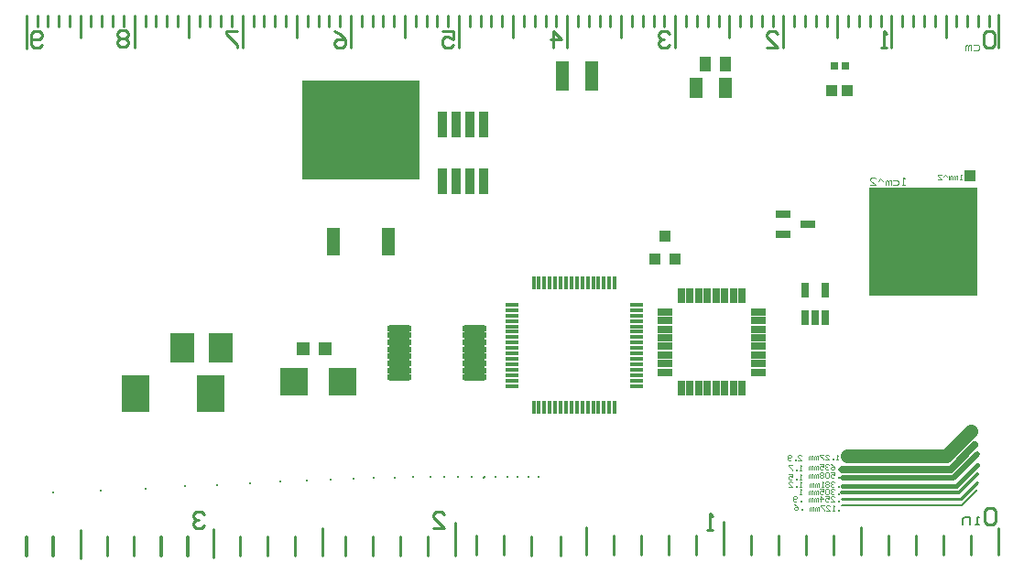
<source format=gbs>
G04 Layer_Color=8150272*
%FSLAX24Y24*%
%MOIN*%
G70*
G01*
G75*
%ADD10C,0.0100*%
%ADD785C,0.0250*%
%ADD786C,0.0200*%
%ADD787C,0.0050*%
%ADD788C,0.0150*%
%ADD789C,0.0500*%
%ADD790C,0.0049*%
%ADD791C,0.0039*%
%ADD793R,0.0394X0.0394*%
%ADD795C,0.0080*%
%ADD798C,0.0120*%
%ADD799C,0.0070*%
%ADD800R,0.3937X0.3937*%
%ADD801R,0.0280X0.0580*%
%ADD802R,0.0533X0.0316*%
%ADD803R,0.0395X0.0434*%
%ADD804R,0.1025X0.1379*%
%ADD805R,0.0986X0.0986*%
%ADD806O,0.0907X0.0257*%
%ADD807R,0.0867X0.1064*%
%ADD808R,0.0493X0.1025*%
%ADD809R,0.4273X0.3584*%
%ADD810R,0.0474X0.0474*%
%ADD811R,0.0513X0.1104*%
%ADD812R,0.0513X0.0749*%
%ADD813R,0.0320X0.0950*%
%ADD814R,0.0167X0.0474*%
%ADD815R,0.0474X0.0167*%
%ADD816R,0.0395X0.0552*%
%ADD817R,0.0395X0.0434*%
%ADD818R,0.0316X0.0277*%
%ADD819R,0.0580X0.0300*%
%ADD820R,0.0300X0.0580*%
D10*
X44484Y12815D02*
Y12815D01*
X44484Y13130D02*
X44484D01*
X43453Y12937D02*
X43508Y12980D01*
X45244Y10846D02*
X45244Y9863D01*
X44917Y29114D02*
Y29508D01*
X44524Y29114D02*
Y29508D01*
X44130Y29114D02*
Y29508D01*
X43736Y29114D02*
Y29508D01*
X43343Y28720D02*
Y29508D01*
X43244Y9863D02*
Y10563D01*
X42949Y29114D02*
Y29508D01*
X42555Y29114D02*
Y29508D01*
X42244Y9863D02*
Y10563D01*
X42161Y29114D02*
Y29508D01*
X41768Y29114D02*
Y29508D01*
X41244Y9863D02*
Y10563D01*
X41374Y28327D02*
Y29508D01*
X40980Y29114D02*
Y29508D01*
X40193Y29114D02*
Y29508D01*
X40587Y29114D02*
Y29508D01*
X39406Y28720D02*
Y29508D01*
X39799Y29114D02*
Y29508D01*
X39244Y9863D02*
Y10563D01*
X38618Y29114D02*
Y29508D01*
X39012Y29114D02*
Y29508D01*
X38244Y9863D02*
Y10563D01*
X37831Y29114D02*
Y29508D01*
X38224Y29114D02*
Y29508D01*
X37244Y9863D02*
Y10563D01*
X37437Y28327D02*
Y29508D01*
X37043Y29114D02*
Y29508D01*
X36256Y29114D02*
Y29508D01*
X36650Y29114D02*
Y29508D01*
X35469Y28720D02*
Y29508D01*
X35862Y29114D02*
Y29508D01*
X35244Y9863D02*
Y11063D01*
X34681Y29114D02*
Y29508D01*
X35075Y29114D02*
Y29508D01*
X34244Y9863D02*
Y10563D01*
X33894Y29114D02*
Y29508D01*
X34287Y29114D02*
Y29508D01*
X33244Y9863D02*
Y10563D01*
X33500Y28327D02*
Y29508D01*
X33106Y29114D02*
Y29508D01*
X32319Y29114D02*
Y29508D01*
X32713Y29114D02*
Y29508D01*
X31532Y28720D02*
Y29508D01*
X31925Y29114D02*
Y29508D01*
X31244Y9863D02*
Y10563D01*
X30744Y29114D02*
Y29508D01*
X31138Y29114D02*
Y29508D01*
X30244Y9863D02*
Y10563D01*
X29957Y29114D02*
Y29508D01*
X30350Y29114D02*
Y29508D01*
X29169Y29114D02*
Y29508D01*
X28382Y29114D02*
Y29508D01*
X27594Y28720D02*
Y29508D01*
X27244Y9863D02*
Y10563D01*
X26807Y29114D02*
Y29508D01*
X26244Y9863D02*
Y10563D01*
X26020Y29114D02*
Y29508D01*
X25232Y29114D02*
Y29508D01*
X24445Y29114D02*
Y29508D01*
X23264Y29114D02*
Y29508D01*
X23657Y28720D02*
Y29508D01*
X22476Y29114D02*
Y29508D01*
X22870Y29114D02*
Y29508D01*
X22083Y29114D02*
Y29508D01*
X21689Y28327D02*
Y29508D01*
X20902Y29114D02*
Y29508D01*
X21295Y29114D02*
Y29508D01*
X20114Y29114D02*
Y29508D01*
X20508Y29114D02*
Y29508D01*
X19327Y29114D02*
Y29508D01*
X19720Y28720D02*
Y29508D01*
X18539Y29114D02*
Y29508D01*
X18933Y29114D02*
Y29508D01*
X18146Y29114D02*
Y29508D01*
X17752Y28327D02*
Y29508D01*
X16965Y29114D02*
Y29508D01*
X17358Y29114D02*
Y29508D01*
X16177Y29114D02*
Y29508D01*
X16571Y29114D02*
Y29508D01*
X15390Y29114D02*
Y29508D01*
X15783Y28720D02*
Y29508D01*
X14602Y29114D02*
Y29508D01*
X14996Y29114D02*
Y29508D01*
X13815Y28327D02*
Y29508D01*
X14209Y29114D02*
Y29508D01*
X13421Y29114D02*
Y29508D01*
X13028Y29114D02*
Y29508D01*
X12634Y29114D02*
Y29508D01*
X12240Y29114D02*
Y29508D01*
X11846Y28720D02*
Y29508D01*
X43894Y11909D02*
X44484Y12500D01*
X44244Y9863D02*
Y10563D01*
X40244Y9863D02*
Y10863D01*
X36244Y9863D02*
Y10563D01*
X32244Y9863D02*
Y10563D01*
X29563Y28327D02*
Y29508D01*
X27988Y29114D02*
Y29508D01*
X28776Y29114D02*
Y29508D01*
X25626Y28327D02*
Y29508D01*
X26413Y29114D02*
Y29508D01*
X27201Y29114D02*
Y29508D01*
X24839Y29114D02*
Y29508D01*
X24051Y29114D02*
Y29508D01*
X39563Y11909D02*
X43894D01*
X10276Y29102D02*
Y29496D01*
X9882Y28315D02*
Y29496D01*
X11063Y29102D02*
Y29496D01*
X10669Y29102D02*
Y29496D01*
X11850Y28709D02*
Y29496D01*
X11457Y29102D02*
Y29496D01*
X45268Y28350D02*
Y29532D01*
X21492Y9843D02*
Y10543D01*
X25492Y9843D02*
Y11043D01*
X22492Y9843D02*
Y10543D01*
X23492Y9843D02*
Y10543D01*
X24492Y9843D02*
Y10543D01*
X20669Y9843D02*
Y10843D01*
X19669Y9843D02*
Y10543D01*
X17669Y9843D02*
Y10543D01*
X18669Y9843D02*
Y10543D01*
X16701Y9771D02*
Y10471D01*
X16697Y9802D02*
Y10802D01*
X14780Y9823D02*
Y10523D01*
X14764Y9823D02*
Y10523D01*
X15748Y9823D02*
Y10523D01*
X15732Y9823D02*
Y10523D01*
X15728Y9823D02*
Y10523D01*
X30244Y9863D02*
Y10863D01*
X28248Y9843D02*
Y10543D01*
X29331Y9843D02*
Y10543D01*
X13776Y9823D02*
Y10523D01*
X13780Y9823D02*
Y10523D01*
X13795Y9823D02*
Y10523D01*
X12811Y9823D02*
Y10523D01*
X12827Y9823D02*
Y10523D01*
X11855Y9783D02*
Y10783D01*
X11859Y9751D02*
Y10451D01*
X9878Y9843D02*
Y10543D01*
X9862Y9843D02*
Y10543D01*
X10846Y9843D02*
Y10543D01*
X10831Y9843D02*
Y10543D01*
X10827Y9843D02*
Y10543D01*
X10449Y28450D02*
X10349Y28350D01*
X10149D01*
X10049Y28450D01*
Y28850D01*
X10149Y28950D01*
X10349D01*
X10449Y28850D01*
Y28750D01*
X10349Y28650D01*
X10049D01*
X41177Y28327D02*
X40977D01*
X41077D01*
Y28927D01*
X41177Y28827D01*
X29066Y28327D02*
Y28927D01*
X29366Y28627D01*
X28966D01*
X25029Y28927D02*
X25429D01*
Y28627D01*
X25229Y28727D01*
X25129D01*
X25029Y28627D01*
Y28427D01*
X25129Y28327D01*
X25329D01*
X25429Y28427D01*
X21092Y28927D02*
X21292Y28827D01*
X21492Y28627D01*
Y28427D01*
X21392Y28327D01*
X21192D01*
X21092Y28427D01*
Y28527D01*
X21192Y28627D01*
X21492D01*
X24699Y10827D02*
X25098D01*
X24699Y11227D01*
Y11327D01*
X24799Y11427D01*
X24998D01*
X25098Y11327D01*
X45114Y28827D02*
X45014Y28927D01*
X44814D01*
X44714Y28827D01*
Y28427D01*
X44814Y28327D01*
X45014D01*
X45114Y28427D01*
Y28827D01*
X33303D02*
X33203Y28927D01*
X33003D01*
X32903Y28827D01*
Y28727D01*
X33003Y28627D01*
X33103D01*
X33003D01*
X32903Y28527D01*
Y28427D01*
X33003Y28327D01*
X33203D01*
X33303Y28427D01*
X17555Y28927D02*
X17155D01*
Y28827D01*
X17555Y28427D01*
Y28327D01*
X45154Y11476D02*
X45054Y11576D01*
X44854D01*
X44754Y11476D01*
Y11076D01*
X44854Y10976D01*
X45054D01*
X45154Y11076D01*
Y11476D01*
X34843Y10764D02*
X34643D01*
X34743D01*
Y11364D01*
X34843Y11264D01*
X36840Y28327D02*
X37240D01*
X36840Y28727D01*
Y28827D01*
X36940Y28927D01*
X37140D01*
X37240Y28827D01*
X13579Y28866D02*
X13479Y28966D01*
X13279D01*
X13179Y28866D01*
Y28766D01*
X13279Y28666D01*
X13179Y28566D01*
Y28466D01*
X13279Y28366D01*
X13479D01*
X13579Y28466D01*
Y28566D01*
X13479Y28666D01*
X13579Y28766D01*
Y28866D01*
X13479Y28666D02*
X13279D01*
X16354Y11341D02*
X16254Y11441D01*
X16054D01*
X15954Y11341D01*
Y11241D01*
X16054Y11141D01*
X16154D01*
X16054D01*
X15954Y11041D01*
Y10941D01*
X16054Y10841D01*
X16254D01*
X16354Y10941D01*
D785*
X39602Y12980D02*
X43508D01*
X44402Y13874D01*
D786*
X39602Y12657D02*
X43618D01*
X44484Y13524D01*
D787*
X39563Y11673D02*
X39563Y11673D01*
X43933D02*
X44484Y12224D01*
X39563Y11673D02*
X43933D01*
D788*
X43736Y12382D02*
X44484Y13130D01*
X39602Y12382D02*
X43736D01*
D789*
X39760Y13480D02*
X43370D01*
X44274Y14384D01*
D790*
X44366Y28445D02*
X44514D01*
X44563Y28396D01*
Y28297D01*
X44514Y28248D01*
X44366D01*
X44268D02*
Y28445D01*
X44219D01*
X44169Y28396D01*
Y28248D01*
Y28396D01*
X44120Y28445D01*
X44071Y28396D01*
Y28248D01*
X41846Y23327D02*
X41755D01*
X41801D01*
Y23602D01*
X41846Y23556D01*
X41433Y23510D02*
X41571D01*
X41617Y23465D01*
Y23373D01*
X41571Y23327D01*
X41433D01*
X41341D02*
Y23510D01*
X41295D01*
X41250Y23465D01*
Y23327D01*
Y23465D01*
X41204Y23510D01*
X41158Y23465D01*
Y23327D01*
X41066Y23465D02*
X40974Y23556D01*
X40882Y23465D01*
X40607Y23327D02*
X40790D01*
X40607Y23510D01*
Y23556D01*
X40653Y23602D01*
X40744D01*
X40790Y23556D01*
D791*
X38110Y11492D02*
Y11525D01*
X38077D01*
Y11492D01*
X38110D01*
X37815Y11689D02*
X37881Y11656D01*
X37946Y11591D01*
Y11525D01*
X37913Y11492D01*
X37848D01*
X37815Y11525D01*
Y11558D01*
X37848Y11591D01*
X37946D01*
X38102Y12071D02*
X38037D01*
X38070D01*
Y12268D01*
X38102Y12235D01*
Y11811D02*
Y11844D01*
X38070D01*
Y11811D01*
X38102D01*
X37938Y11844D02*
X37906Y11811D01*
X37840D01*
X37807Y11844D01*
Y11975D01*
X37840Y12008D01*
X37906D01*
X37938Y11975D01*
Y11942D01*
X37906Y11909D01*
X37807D01*
X39445Y11476D02*
Y11509D01*
X39412D01*
Y11476D01*
X39445D01*
X39281D02*
X39215D01*
X39248D01*
Y11673D01*
X39281Y11640D01*
X38986Y11476D02*
X39117D01*
X38986Y11608D01*
Y11640D01*
X39019Y11673D01*
X39084D01*
X39117Y11640D01*
X38920Y11673D02*
X38789D01*
Y11640D01*
X38920Y11509D01*
Y11476D01*
X38723D02*
Y11608D01*
X38691D01*
X38658Y11575D01*
Y11476D01*
Y11575D01*
X38625Y11608D01*
X38592Y11575D01*
Y11476D01*
X38527D02*
Y11608D01*
X38494D01*
X38461Y11575D01*
Y11476D01*
Y11575D01*
X38428Y11608D01*
X38395Y11575D01*
Y11476D01*
X39445Y12067D02*
Y12100D01*
X39412D01*
Y12067D01*
X39445D01*
X39281Y12231D02*
X39248Y12264D01*
X39183D01*
X39150Y12231D01*
Y12198D01*
X39183Y12165D01*
X39215D01*
X39183D01*
X39150Y12133D01*
Y12100D01*
X39183Y12067D01*
X39248D01*
X39281Y12100D01*
X39084Y12231D02*
X39051Y12264D01*
X38986D01*
X38953Y12231D01*
Y12100D01*
X38986Y12067D01*
X39051D01*
X39084Y12100D01*
Y12231D01*
X38756Y12264D02*
X38887D01*
Y12165D01*
X38822Y12198D01*
X38789D01*
X38756Y12165D01*
Y12100D01*
X38789Y12067D01*
X38855D01*
X38887Y12100D01*
X38691Y12067D02*
Y12198D01*
X38658D01*
X38625Y12165D01*
Y12067D01*
Y12165D01*
X38592Y12198D01*
X38559Y12165D01*
Y12067D01*
X38494D02*
Y12198D01*
X38461D01*
X38428Y12165D01*
Y12067D01*
Y12165D01*
X38395Y12198D01*
X38363Y12165D01*
Y12067D01*
X39445Y12657D02*
Y12690D01*
X39412D01*
Y12657D01*
X39445D01*
X39150Y12854D02*
X39281D01*
Y12756D01*
X39215Y12789D01*
X39183D01*
X39150Y12756D01*
Y12690D01*
X39183Y12657D01*
X39248D01*
X39281Y12690D01*
X39084Y12821D02*
X39051Y12854D01*
X38986D01*
X38953Y12821D01*
Y12690D01*
X38986Y12657D01*
X39051D01*
X39084Y12690D01*
Y12821D01*
X38887D02*
X38855Y12854D01*
X38789D01*
X38756Y12821D01*
Y12789D01*
X38789Y12756D01*
X38756Y12723D01*
Y12690D01*
X38789Y12657D01*
X38855D01*
X38887Y12690D01*
Y12723D01*
X38855Y12756D01*
X38887Y12789D01*
Y12821D01*
X38855Y12756D02*
X38789D01*
X38691Y12657D02*
Y12789D01*
X38658D01*
X38625Y12756D01*
Y12657D01*
Y12756D01*
X38592Y12789D01*
X38559Y12756D01*
Y12657D01*
X38494D02*
Y12789D01*
X38461D01*
X38428Y12756D01*
Y12657D01*
Y12756D01*
X38395Y12789D01*
X38363Y12756D01*
Y12657D01*
X39445Y12972D02*
Y13005D01*
X39412D01*
Y12972D01*
X39445D01*
X39150Y13169D02*
X39215Y13136D01*
X39281Y13071D01*
Y13005D01*
X39248Y12972D01*
X39183D01*
X39150Y13005D01*
Y13038D01*
X39183Y13071D01*
X39281D01*
X39084Y13136D02*
X39051Y13169D01*
X38986D01*
X38953Y13136D01*
Y13104D01*
X38986Y13071D01*
X39019D01*
X38986D01*
X38953Y13038D01*
Y13005D01*
X38986Y12972D01*
X39051D01*
X39084Y13005D01*
X38756Y13169D02*
X38887D01*
Y13071D01*
X38822Y13104D01*
X38789D01*
X38756Y13071D01*
Y13005D01*
X38789Y12972D01*
X38855D01*
X38887Y13005D01*
X38691Y12972D02*
Y13104D01*
X38658D01*
X38625Y13071D01*
Y12972D01*
Y13071D01*
X38592Y13104D01*
X38559Y13071D01*
Y12972D01*
X38494D02*
Y13104D01*
X38461D01*
X38428Y13071D01*
Y12972D01*
Y13071D01*
X38395Y13104D01*
X38363Y13071D01*
Y12972D01*
X38087Y12945D02*
X38021D01*
X38054D01*
Y13142D01*
X38087Y13109D01*
X37923Y12945D02*
Y12978D01*
X37890D01*
Y12945D01*
X37923D01*
X37759Y13142D02*
X37627D01*
Y13109D01*
X37759Y12978D01*
Y12945D01*
X39445Y11791D02*
Y11824D01*
X39412D01*
Y11791D01*
X39445D01*
X39150D02*
X39281D01*
X39150Y11923D01*
Y11955D01*
X39183Y11988D01*
X39248D01*
X39281Y11955D01*
X38953Y11988D02*
X39084D01*
Y11890D01*
X39019Y11923D01*
X38986D01*
X38953Y11890D01*
Y11824D01*
X38986Y11791D01*
X39051D01*
X39084Y11824D01*
X38789Y11791D02*
Y11988D01*
X38887Y11890D01*
X38756D01*
X38691Y11791D02*
Y11923D01*
X38658D01*
X38625Y11890D01*
Y11791D01*
Y11890D01*
X38592Y11923D01*
X38559Y11890D01*
Y11791D01*
X38494D02*
Y11923D01*
X38461D01*
X38428Y11890D01*
Y11791D01*
Y11890D01*
X38395Y11923D01*
X38363Y11890D01*
Y11791D01*
X39445Y12343D02*
Y12375D01*
X39412D01*
Y12343D01*
X39445D01*
X39281Y12507D02*
X39248Y12539D01*
X39183D01*
X39150Y12507D01*
Y12474D01*
X39183Y12441D01*
X39215D01*
X39183D01*
X39150Y12408D01*
Y12375D01*
X39183Y12343D01*
X39248D01*
X39281Y12375D01*
X39084Y12507D02*
X39051Y12539D01*
X38986D01*
X38953Y12507D01*
Y12474D01*
X38986Y12441D01*
X38953Y12408D01*
Y12375D01*
X38986Y12343D01*
X39051D01*
X39084Y12375D01*
Y12408D01*
X39051Y12441D01*
X39084Y12474D01*
Y12507D01*
X39051Y12441D02*
X38986D01*
X38887Y12343D02*
X38822D01*
X38855D01*
Y12539D01*
X38887Y12507D01*
X38723Y12343D02*
Y12474D01*
X38691D01*
X38658Y12441D01*
Y12343D01*
Y12441D01*
X38625Y12474D01*
X38592Y12441D01*
Y12343D01*
X38527D02*
Y12474D01*
X38494D01*
X38461Y12441D01*
Y12343D01*
Y12441D01*
X38428Y12474D01*
X38395Y12441D01*
Y12343D01*
X39413Y13323D02*
X39348D01*
X39381D01*
Y13520D01*
X39413Y13487D01*
X39249Y13323D02*
Y13356D01*
X39217D01*
Y13323D01*
X39249D01*
X38954D02*
X39085D01*
X38954Y13454D01*
Y13487D01*
X38987Y13520D01*
X39053D01*
X39085Y13487D01*
X38889Y13520D02*
X38757D01*
Y13487D01*
X38889Y13356D01*
Y13323D01*
X38692D02*
Y13454D01*
X38659D01*
X38626Y13421D01*
Y13323D01*
Y13421D01*
X38593Y13454D01*
X38561Y13421D01*
Y13323D01*
X38495D02*
Y13454D01*
X38462D01*
X38429Y13421D01*
Y13323D01*
Y13421D01*
X38397Y13454D01*
X38364Y13421D01*
Y13323D01*
X38098Y12339D02*
X38033D01*
X38066D01*
Y12535D01*
X38098Y12503D01*
X37934Y12339D02*
Y12371D01*
X37902D01*
Y12339D01*
X37934D01*
X37639D02*
X37770D01*
X37639Y12470D01*
Y12503D01*
X37672Y12535D01*
X37738D01*
X37770Y12503D01*
X38094Y12606D02*
X38029D01*
X38062D01*
Y12803D01*
X38094Y12770D01*
X37931Y12606D02*
Y12639D01*
X37898D01*
Y12606D01*
X37931D01*
X37635Y12803D02*
X37767D01*
Y12705D01*
X37701Y12737D01*
X37668D01*
X37635Y12705D01*
Y12639D01*
X37668Y12606D01*
X37734D01*
X37767Y12639D01*
X37963Y13315D02*
X38094D01*
X37963Y13446D01*
Y13479D01*
X37996Y13512D01*
X38062D01*
X38094Y13479D01*
X37898Y13315D02*
Y13348D01*
X37865D01*
Y13315D01*
X37898D01*
X37734Y13348D02*
X37701Y13315D01*
X37635D01*
X37603Y13348D01*
Y13479D01*
X37635Y13512D01*
X37701D01*
X37734Y13479D01*
Y13446D01*
X37701Y13413D01*
X37603D01*
X43933Y23524D02*
X43867D01*
X43900D01*
Y23720D01*
X43933Y23688D01*
X43769Y23524D02*
Y23655D01*
X43736D01*
X43703Y23622D01*
Y23524D01*
Y23622D01*
X43671Y23655D01*
X43638Y23622D01*
Y23524D01*
X43572D02*
Y23655D01*
X43540D01*
X43507Y23622D01*
Y23524D01*
Y23622D01*
X43474Y23655D01*
X43441Y23622D01*
Y23524D01*
X43376Y23622D02*
X43310Y23688D01*
X43244Y23622D01*
X43048Y23524D02*
X43179D01*
X43048Y23655D01*
Y23688D01*
X43080Y23720D01*
X43146D01*
X43179Y23688D01*
D793*
X44209Y23681D02*
D03*
D795*
X26512Y12681D02*
D03*
X28520Y12720D02*
D03*
X28165D02*
D03*
X27772D02*
D03*
X27378D02*
D03*
X26945D02*
D03*
X26551D02*
D03*
X26079D02*
D03*
X25606D02*
D03*
X25094D02*
D03*
X24583D02*
D03*
X23953D02*
D03*
X23283Y12681D02*
D03*
X22535D02*
D03*
X21787Y12642D02*
D03*
X20961Y12602D02*
D03*
X20094Y12563D02*
D03*
X19110Y12524D02*
D03*
X18008Y12484D02*
D03*
X16827Y12406D02*
D03*
X15646Y12366D02*
D03*
X14228Y12287D02*
D03*
X12575Y12209D02*
D03*
X10843Y12142D02*
D03*
D798*
X43815Y12146D02*
X44484Y12815D01*
X39563Y12146D02*
X43815D01*
D799*
X44559Y10976D02*
X44428D01*
X44493D01*
Y11239D01*
X44559D01*
X44231Y10976D02*
Y11239D01*
X44034D01*
X43969Y11173D01*
Y10976D01*
D800*
X42516Y21280D02*
D03*
D801*
X38961Y19520D02*
D03*
X38591Y18520D02*
D03*
X38211Y18520D02*
D03*
X38961D02*
D03*
X38211Y19520D02*
D03*
D802*
X37431Y21528D02*
D03*
Y22276D02*
D03*
X38317Y21902D02*
D03*
D803*
X33130Y21476D02*
D03*
X32756Y20650D02*
D03*
X33504D02*
D03*
D804*
X16581Y15736D02*
D03*
X13844D02*
D03*
D805*
X19626Y16154D02*
D03*
X21398D02*
D03*
D806*
X23468Y16325D02*
D03*
Y16581D02*
D03*
Y16837D02*
D03*
Y17093D02*
D03*
Y17348D02*
D03*
Y17604D02*
D03*
Y17860D02*
D03*
Y18116D02*
D03*
X26185Y16325D02*
D03*
Y16581D02*
D03*
Y16837D02*
D03*
Y17093D02*
D03*
Y17348D02*
D03*
Y17604D02*
D03*
Y17860D02*
D03*
Y18116D02*
D03*
D807*
X15549Y17406D02*
D03*
X16947D02*
D03*
D808*
X23059Y21268D02*
D03*
X21059D02*
D03*
D809*
X22059Y25343D02*
D03*
D810*
X19957Y17382D02*
D03*
X20744D02*
D03*
D811*
X30441Y27311D02*
D03*
X29378D02*
D03*
D812*
X35335Y26854D02*
D03*
X34272D02*
D03*
D813*
X26522Y23462D02*
D03*
X26022D02*
D03*
X25522D02*
D03*
X25022D02*
D03*
Y25522D02*
D03*
X25522D02*
D03*
X26022D02*
D03*
X26522D02*
D03*
D814*
X29917Y15232D02*
D03*
X29720D02*
D03*
X30311D02*
D03*
X30705D02*
D03*
X31098D02*
D03*
X30114D02*
D03*
X30508D02*
D03*
X30902D02*
D03*
X31295D02*
D03*
X29327D02*
D03*
X28933D02*
D03*
X28539D02*
D03*
X28342D02*
D03*
X28736D02*
D03*
X29130D02*
D03*
X29524D02*
D03*
X29720Y19760D02*
D03*
X29917D02*
D03*
X29327D02*
D03*
X28933D02*
D03*
X28539D02*
D03*
X29524D02*
D03*
X29130D02*
D03*
X28736D02*
D03*
X28342D02*
D03*
X30311D02*
D03*
X30705D02*
D03*
X31098D02*
D03*
X31295D02*
D03*
X30902D02*
D03*
X30508D02*
D03*
X30114D02*
D03*
D815*
X27555Y17398D02*
D03*
Y17594D02*
D03*
Y17004D02*
D03*
Y16610D02*
D03*
Y16217D02*
D03*
Y17201D02*
D03*
Y16807D02*
D03*
Y16413D02*
D03*
Y16020D02*
D03*
Y17988D02*
D03*
Y18382D02*
D03*
Y18776D02*
D03*
Y18972D02*
D03*
Y18579D02*
D03*
Y18185D02*
D03*
Y17791D02*
D03*
X32083Y17594D02*
D03*
Y17398D02*
D03*
Y17988D02*
D03*
Y18382D02*
D03*
Y18776D02*
D03*
Y17791D02*
D03*
Y18185D02*
D03*
Y18579D02*
D03*
Y18972D02*
D03*
Y17004D02*
D03*
Y16610D02*
D03*
Y16217D02*
D03*
Y16020D02*
D03*
Y16413D02*
D03*
Y16807D02*
D03*
Y17201D02*
D03*
D816*
X34606Y27736D02*
D03*
X35315D02*
D03*
D817*
X39748Y26783D02*
D03*
X39197D02*
D03*
D818*
X39307Y27665D02*
D03*
X39701D02*
D03*
D819*
X36513Y18717D02*
D03*
Y18402D02*
D03*
Y18087D02*
D03*
Y17772D02*
D03*
Y17457D02*
D03*
Y17142D02*
D03*
Y16827D02*
D03*
Y16512D02*
D03*
X33133D02*
D03*
Y16827D02*
D03*
Y17142D02*
D03*
Y17457D02*
D03*
Y17772D02*
D03*
Y18087D02*
D03*
Y18402D02*
D03*
Y18717D02*
D03*
D820*
X35925Y15924D02*
D03*
X35610D02*
D03*
X35295D02*
D03*
X34980D02*
D03*
X34665D02*
D03*
X34350D02*
D03*
X34035D02*
D03*
X33720D02*
D03*
Y19304D02*
D03*
X34035D02*
D03*
X34350D02*
D03*
X34665D02*
D03*
X34980D02*
D03*
X35295D02*
D03*
X35610D02*
D03*
X35925D02*
D03*
M02*

</source>
